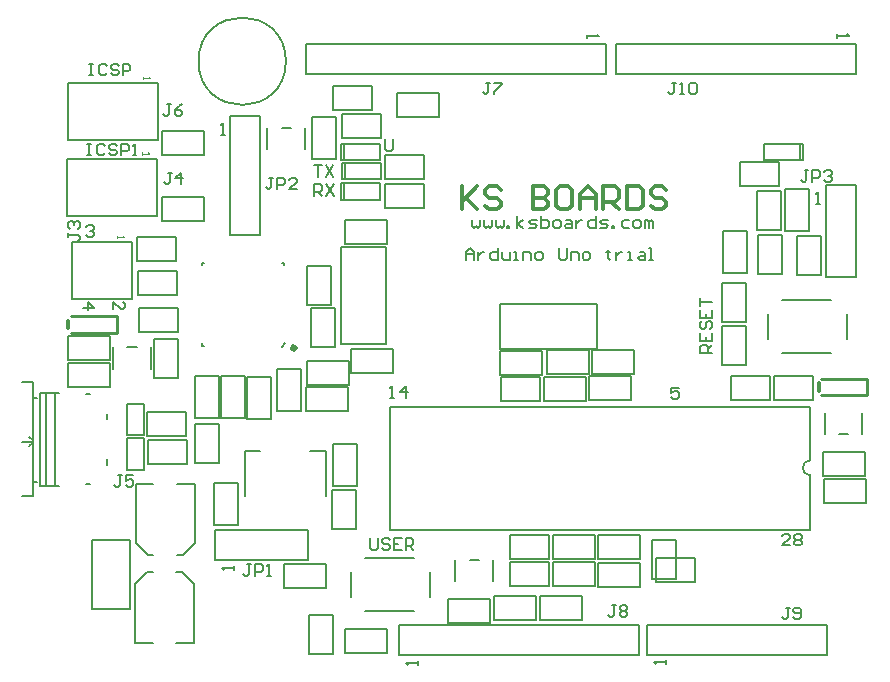
<source format=gto>
G04*
G04 #@! TF.GenerationSoftware,Altium Limited,Altium Designer,20.2.4 (192)*
G04*
G04 Layer_Color=65535*
%FSLAX44Y44*%
%MOMM*%
G71*
G04*
G04 #@! TF.SameCoordinates,CA4B6327-8C8C-4F40-9CFE-90DE2028BA09*
G04*
G04*
G04 #@! TF.FilePolarity,Positive*
G04*
G01*
G75*
%ADD10C,0.2000*%
%ADD11C,0.5400*%
%ADD12C,0.2540*%
%ADD13C,0.3000*%
%ADD14C,0.1000*%
D10*
X189400Y508000D02*
G03*
X189400Y508000I-37000J0D01*
G01*
X633350Y170180D02*
G03*
X633350Y157480I0J-6350D01*
G01*
X460502Y497078D02*
Y522478D01*
X206502Y497078D02*
X460502D01*
X206502D02*
Y522478D01*
X460502D01*
X285242Y5334D02*
X488442D01*
Y30734D01*
X285242D02*
X488442D01*
X285242Y5334D02*
Y30734D01*
X468884Y522732D02*
X672084D01*
X468884Y497332D02*
Y522732D01*
Y497332D02*
X672084D01*
Y522732D01*
X647954Y5588D02*
Y30988D01*
X495554Y5588D02*
Y30988D01*
X647954D01*
X495554Y5588D02*
X647954D01*
X142300Y461600D02*
X167700D01*
Y360900D02*
Y461600D01*
X142300Y360900D02*
X167700D01*
X142300D02*
Y461600D01*
X208000Y85800D02*
Y111200D01*
X129800Y85800D02*
Y111200D01*
X208000D01*
X129800Y85800D02*
X208000D01*
X646550Y325000D02*
X671950D01*
X646550Y403200D02*
X671950D01*
Y325000D02*
Y403200D01*
X646550Y325000D02*
Y403200D01*
X80518Y377190D02*
Y407670D01*
Y394970D02*
Y425450D01*
X4318D02*
X80518D01*
X4318Y377190D02*
Y425450D01*
Y377190D02*
X80518D01*
X81280Y440944D02*
Y471424D01*
Y458724D02*
Y489204D01*
X5080D02*
X81280D01*
X5080Y440944D02*
Y489204D01*
Y440944D02*
X81280D01*
X59350Y306670D02*
Y337150D01*
Y324450D02*
Y354930D01*
X8550Y306670D02*
X59350D01*
X8550Y354930D02*
X59350D01*
X8550Y306670D02*
Y354930D01*
X154500Y139750D02*
Y159500D01*
Y177750D01*
X167500D01*
X223500Y139750D02*
Y159500D01*
Y177750D01*
X209500D02*
X223500D01*
X236270Y350488D02*
X263270D01*
X274270Y284488D02*
Y333488D01*
Y350488D01*
X263270D02*
X274270D01*
X236270Y268488D02*
X265270D01*
X274270D02*
Y284488D01*
X265270Y268488D02*
X274270D01*
X236270D02*
Y350488D01*
X452734Y275718D02*
Y302718D01*
X386734Y264718D02*
X435734D01*
X452734D01*
Y275718D01*
X370734Y273718D02*
Y302718D01*
Y264718D02*
X386734D01*
X370734D02*
Y273718D01*
Y302718D02*
X452734D01*
X543450Y215580D02*
X633350D01*
Y170180D02*
Y215580D01*
X277750Y110930D02*
X633350D01*
X365650Y215580D02*
X543450D01*
X277750Y110930D02*
Y201930D01*
Y215580D01*
X365650D01*
X633350Y110930D02*
Y157480D01*
X62250Y100250D02*
Y150250D01*
Y100250D02*
X72250Y90250D01*
X74750D01*
X77250D01*
X97250D02*
X102250D01*
X112250Y100250D01*
Y150250D01*
X97250D02*
X112250D01*
X62250D02*
X77250D01*
X111750Y15500D02*
Y65500D01*
X101750Y75500D02*
X111750Y65500D01*
X99250Y75500D02*
X101750D01*
X96750D02*
X99250D01*
X71750D02*
X76750D01*
X61750Y65500D02*
X71750Y75500D01*
X61750Y15500D02*
Y65500D01*
Y15500D02*
X76750D01*
X96750D02*
X111750D01*
X173750Y433750D02*
Y451750D01*
X205750Y433750D02*
Y451750D01*
X185750D02*
X193750D01*
X332996Y67962D02*
Y85962D01*
X364996Y67962D02*
Y85962D01*
X344996D02*
X352996D01*
X43250Y247750D02*
Y265750D01*
X75250Y247750D02*
Y265750D01*
X55250D02*
X63250D01*
X677500Y192250D02*
Y210250D01*
X645500Y192250D02*
Y210250D01*
X657500Y192250D02*
X665500D01*
X25148Y44406D02*
Y102406D01*
Y44406D02*
X57148D01*
Y102406D01*
X25148D02*
X57148D01*
X256622Y42532D02*
X297622D01*
X256622Y87532D02*
X297622D01*
X311622Y54532D02*
Y75532D01*
X244622Y54532D02*
Y75532D01*
X609750Y261000D02*
X650750D01*
X609750Y306000D02*
X650750D01*
X664750Y273000D02*
Y294000D01*
X597750Y273000D02*
Y294000D01*
X236250Y424500D02*
X238750D01*
X236250Y438250D02*
X238750D01*
Y424500D02*
X269250D01*
X236250D02*
Y438250D01*
X269250Y424500D02*
Y438250D01*
X238750Y424500D02*
Y438250D01*
X269250D01*
X236750Y408000D02*
X239250D01*
X236750Y421750D02*
X239250D01*
Y408000D02*
X269750D01*
X236750D02*
Y421750D01*
X269750Y408000D02*
Y421750D01*
X239250Y408000D02*
Y421750D01*
X269750D01*
X236250Y390750D02*
X238750D01*
X236250Y404500D02*
X238750D01*
Y390750D02*
X269250D01*
X236250D02*
Y404500D01*
X269250Y390750D02*
Y404500D01*
X238750Y390750D02*
Y404500D01*
X269250D01*
X624500Y437750D02*
X627000D01*
X624500Y424000D02*
X627000D01*
X594000Y437750D02*
X624500D01*
X627000Y424000D02*
Y437750D01*
X594000Y424000D02*
Y437750D01*
X624500Y424000D02*
Y437750D01*
X594000Y424000D02*
X624500D01*
X-6102Y148168D02*
X-5954Y227238D01*
X-13722Y227416D02*
X-13700Y148000D01*
X-18700D02*
X-2292D01*
X-18700D02*
Y227416D01*
X38348Y204810D02*
Y209382D01*
X38300Y171000D02*
X38348Y166456D01*
X20300Y150000D02*
X23362Y149946D01*
X20124Y226146D02*
X23362D01*
X-24700Y140000D02*
Y236000D01*
X-33700Y140000D02*
X-24700D01*
X-33700Y236000D02*
X-24700D01*
X-23700Y223000D02*
X-21700D01*
X-24700Y152000D02*
X-21700D01*
X-33700Y186000D02*
X-24700D01*
Y187000D01*
X-27700Y190000D02*
X-24700Y187000D01*
Y184000D02*
Y186000D01*
Y185000D02*
Y186000D01*
Y185000D02*
Y185500D01*
Y185000D02*
Y185500D01*
X-27700Y182000D02*
X-24700Y185000D01*
X-18700Y227416D02*
X-2700D01*
X188000Y335250D02*
Y337250D01*
X186000D02*
X188000D01*
X118000D02*
X120000D01*
X118000Y335250D02*
Y337250D01*
Y267250D02*
Y269250D01*
Y267250D02*
X120000D01*
X186000Y266250D02*
X189000Y269250D01*
X269760Y443340D02*
Y463660D01*
Y443340D02*
Y463660D01*
X236740Y443340D02*
Y463660D01*
Y443340D02*
Y463660D01*
X269760D01*
X236740D02*
X269760D01*
X236740Y443340D02*
X269760D01*
X236740D02*
X269760D01*
X228840Y145260D02*
X249160D01*
X228840D02*
X249160D01*
X228840Y112240D02*
X249160D01*
X228840D02*
X249160D01*
X228840D02*
Y145260D01*
Y112240D02*
Y145260D01*
X249160Y112240D02*
Y145260D01*
Y112240D02*
Y145260D01*
X379476Y63754D02*
Y84074D01*
Y63754D02*
Y84074D01*
X412496Y63754D02*
Y84074D01*
Y63754D02*
Y84074D01*
X379476Y63754D02*
X412496D01*
X379476D02*
X412496D01*
X379476Y84074D02*
X412496D01*
X379476D02*
X412496D01*
X208788Y39116D02*
X229108D01*
X208788D02*
X229108D01*
X208788Y6096D02*
X229108D01*
X208788D02*
X229108D01*
X208788D02*
Y39116D01*
Y6096D02*
Y39116D01*
X229108Y6096D02*
Y39116D01*
Y6096D02*
Y39116D01*
X273740Y408090D02*
Y428410D01*
Y408090D02*
Y428410D01*
X306760Y408090D02*
Y428410D01*
Y408090D02*
Y428410D01*
X273740Y408090D02*
X306760D01*
X273740D02*
X306760D01*
X273740Y428410D02*
X306760D01*
X273740D02*
X306760D01*
X273490Y384090D02*
Y404410D01*
Y384090D02*
Y404410D01*
X306510Y384090D02*
Y404410D01*
Y384090D02*
Y404410D01*
X273490Y384090D02*
X306510D01*
X273490D02*
X306510D01*
X273490Y404410D02*
X306510D01*
X273490D02*
X306510D01*
X499417Y102270D02*
X519737D01*
X499417D02*
X519737D01*
X499417Y69250D02*
X519737D01*
X499417D02*
X519737D01*
X499417D02*
Y102270D01*
Y69250D02*
Y102270D01*
X519737Y69250D02*
Y102270D01*
Y69250D02*
Y102270D01*
X502990Y67090D02*
Y87410D01*
Y67090D02*
Y87410D01*
X536010Y67090D02*
Y87410D01*
Y67090D02*
Y87410D01*
X502990Y67090D02*
X536010D01*
X502990D02*
X536010D01*
X502990Y87410D02*
X536010D01*
X502990D02*
X536010D01*
X262382Y466344D02*
Y486664D01*
Y466344D02*
Y486664D01*
X229362Y466344D02*
Y486664D01*
Y466344D02*
Y486664D01*
X262382D01*
X229362D02*
X262382D01*
X229362Y466344D02*
X262382D01*
X229362D02*
X262382D01*
X207264Y334518D02*
X227584D01*
X207264D02*
X227584D01*
X207264Y301498D02*
X227584D01*
X207264D02*
X227584D01*
X207264D02*
Y334518D01*
Y301498D02*
Y334518D01*
X227584Y301498D02*
Y334518D01*
Y301498D02*
Y334518D01*
X77724Y239776D02*
X98044D01*
X77724D02*
X98044D01*
X77724Y272796D02*
X98044D01*
X77724D02*
X98044D01*
Y239776D02*
Y272796D01*
Y239776D02*
Y272796D01*
X77724Y239776D02*
Y272796D01*
Y239776D02*
Y272796D01*
X96520Y338836D02*
Y359156D01*
Y338836D02*
Y359156D01*
X63500Y338836D02*
Y359156D01*
Y338836D02*
Y359156D01*
X96520D01*
X63500D02*
X96520D01*
X63500Y338836D02*
X96520D01*
X63500D02*
X96520D01*
X71882Y190754D02*
Y211074D01*
Y190754D02*
Y211074D01*
X104902Y190754D02*
Y211074D01*
Y190754D02*
Y211074D01*
X71882Y190754D02*
X104902D01*
X71882D02*
X104902D01*
X71882Y211074D02*
X104902D01*
X71882D02*
X104902D01*
X112268Y167640D02*
X132588D01*
X112268D02*
X132588D01*
X112268Y200660D02*
X132588D01*
X112268D02*
X132588D01*
Y167640D02*
Y200660D01*
Y167640D02*
Y200660D01*
X112268Y167640D02*
Y200660D01*
Y167640D02*
Y200660D01*
X72490Y167090D02*
Y187410D01*
Y167090D02*
Y187410D01*
X105510Y167090D02*
Y187410D01*
Y167090D02*
Y187410D01*
X72490Y167090D02*
X105510D01*
X72490D02*
X105510D01*
X72490Y187410D02*
X105510D01*
X72490D02*
X105510D01*
X588090Y397760D02*
X608410D01*
X588090D02*
X608410D01*
X588090Y364740D02*
X608410D01*
X588090D02*
X608410D01*
X588090D02*
Y397760D01*
Y364740D02*
Y397760D01*
X608410Y364740D02*
Y397760D01*
Y364740D02*
Y397760D01*
X211074Y298958D02*
X231394D01*
X211074D02*
X231394D01*
X211074Y265938D02*
X231394D01*
X211074D02*
X231394D01*
X211074D02*
Y298958D01*
Y265938D02*
Y298958D01*
X231394Y265938D02*
Y298958D01*
Y265938D02*
Y298958D01*
X589090Y327490D02*
X609410D01*
X589090D02*
X609410D01*
X589090Y360510D02*
X609410D01*
X589090D02*
X609410D01*
Y327490D02*
Y360510D01*
Y327490D02*
Y360510D01*
X589090Y327490D02*
Y360510D01*
Y327490D02*
Y360510D01*
X621792Y360172D02*
X642112D01*
X621792D02*
X642112D01*
X621792Y327152D02*
X642112D01*
X621792D02*
X642112D01*
X621792D02*
Y360172D01*
Y327152D02*
Y360172D01*
X642112Y327152D02*
Y360172D01*
Y327152D02*
Y360172D01*
X607260Y402090D02*
Y422410D01*
Y402090D02*
Y422410D01*
X574240Y402090D02*
Y422410D01*
Y402090D02*
Y422410D01*
X607260D01*
X574240D02*
X607260D01*
X574240Y402090D02*
X607260D01*
X574240D02*
X607260D01*
X412344Y86868D02*
Y107188D01*
Y86868D02*
Y107188D01*
X379324Y86868D02*
Y107188D01*
Y86868D02*
Y107188D01*
X412344D01*
X379324D02*
X412344D01*
X379324Y86868D02*
X412344D01*
X379324D02*
X412344D01*
X602490Y221340D02*
Y241660D01*
Y221340D02*
Y241660D01*
X635510Y221340D02*
Y241660D01*
Y221340D02*
Y241660D01*
X602490Y221340D02*
X635510D01*
X602490D02*
X635510D01*
X602490Y241660D02*
X635510D01*
X602490D02*
X635510D01*
X404664Y220586D02*
Y240906D01*
Y220586D02*
Y240906D01*
X371644Y220586D02*
Y240906D01*
Y220586D02*
Y240906D01*
X404664D01*
X371644D02*
X404664D01*
X371644Y220586D02*
X404664D01*
X371644D02*
X404664D01*
X97260Y310340D02*
Y330660D01*
Y310340D02*
Y330660D01*
X64240Y310340D02*
Y330660D01*
Y310340D02*
Y330660D01*
X97260D01*
X64240D02*
X97260D01*
X64240Y310340D02*
X97260D01*
X64240D02*
X97260D01*
X558590Y287490D02*
X578910D01*
X558590D02*
X578910D01*
X558590Y320510D02*
X578910D01*
X558590D02*
X578910D01*
Y287490D02*
Y320510D01*
Y287490D02*
Y320510D01*
X558590Y287490D02*
Y320510D01*
Y287490D02*
Y320510D01*
X599260Y221340D02*
Y241660D01*
Y221340D02*
Y241660D01*
X566240Y221340D02*
Y241660D01*
Y221340D02*
Y241660D01*
X599260D01*
X566240D02*
X599260D01*
X566240Y221340D02*
X599260D01*
X566240D02*
X599260D01*
X65380Y278638D02*
Y298958D01*
Y278638D02*
Y298958D01*
X98400Y278638D02*
Y298958D01*
Y278638D02*
Y298958D01*
X65380Y278638D02*
X98400D01*
X65380D02*
X98400D01*
X65380Y298958D02*
X98400D01*
X65380D02*
X98400D01*
X558340Y250490D02*
X578660D01*
X558340D02*
X578660D01*
X558340Y283510D02*
X578660D01*
X558340D02*
X578660D01*
Y250490D02*
Y283510D01*
Y250490D02*
Y283510D01*
X558340Y250490D02*
Y283510D01*
Y250490D02*
Y283510D01*
X69358Y162292D02*
Y188708D01*
X54880D02*
X69358D01*
X54880Y162292D02*
Y188708D01*
Y162292D02*
X69358D01*
X54892Y191542D02*
Y217958D01*
Y191542D02*
X69370D01*
Y217958D01*
X54892D02*
X69370D01*
X187452Y61976D02*
Y82296D01*
Y61976D02*
X223012D01*
X187452Y82296D02*
X223012D01*
Y61976D02*
Y82296D01*
X211090Y425220D02*
X231410D01*
Y460780D01*
X211090Y425220D02*
Y460780D01*
X231410D01*
X229340Y184280D02*
X249660D01*
X229340Y148720D02*
Y184280D01*
X249660Y148720D02*
Y184280D01*
X229340Y148720D02*
X249660D01*
X128340Y151280D02*
X148660D01*
X128340Y115720D02*
Y151280D01*
X148660Y115720D02*
Y151280D01*
X128340Y115720D02*
X148660D01*
X275082Y6604D02*
Y26924D01*
X239522D02*
X275082D01*
X239522Y6604D02*
X275082D01*
X239522D02*
Y26924D01*
X181840Y212048D02*
X202160D01*
Y247607D01*
X181840Y212048D02*
Y247607D01*
X202160D01*
X156469Y205189D02*
X176789D01*
Y240749D01*
X156469Y205189D02*
Y240749D01*
X176789D01*
X134332Y205612D02*
X154652D01*
Y241172D01*
X134332Y205612D02*
Y241172D01*
X154652D01*
X207010Y233934D02*
Y254254D01*
Y233934D02*
X242570D01*
X207010Y254254D02*
X242570D01*
Y233934D02*
Y254254D01*
X120142Y372618D02*
Y392938D01*
X84582D02*
X120142D01*
X84582Y372618D02*
X120142D01*
X84582D02*
Y392938D01*
X112332Y205862D02*
X132652D01*
Y241422D01*
X112332Y205862D02*
Y241422D01*
X132652D01*
X612340Y399530D02*
X632660D01*
X612340Y363970D02*
Y399530D01*
X632660Y363970D02*
Y399530D01*
X612340Y363970D02*
X632660D01*
X244602Y244348D02*
Y264668D01*
Y244348D02*
X280162D01*
X244602Y264668D02*
X280162D01*
Y244348D02*
Y264668D01*
X239522Y353568D02*
Y373888D01*
Y353568D02*
X275082D01*
X239522Y373888D02*
X275082D01*
Y353568D02*
Y373888D01*
X120142Y428244D02*
Y448564D01*
X84582D02*
X120142D01*
X84582Y428244D02*
X120142D01*
X84582D02*
Y448564D01*
X319024Y460756D02*
Y481076D01*
X283464D02*
X319024D01*
X283464Y460756D02*
X319024D01*
X283464D02*
Y481076D01*
X410210Y243332D02*
Y263652D01*
Y243332D02*
X445770D01*
X410210Y263652D02*
X445770D01*
Y243332D02*
Y263652D01*
X446278Y221234D02*
Y241554D01*
Y221234D02*
X481838D01*
X446278Y241554D02*
X481838D01*
Y221234D02*
Y241554D01*
X440142Y34494D02*
Y54814D01*
X404582D02*
X440142D01*
X404582Y34494D02*
X440142D01*
X404582D02*
Y54814D01*
X362458Y32512D02*
Y52832D01*
X326898D02*
X362458D01*
X326898Y32512D02*
X362458D01*
X326898D02*
Y52832D01*
X401392Y34494D02*
Y54814D01*
X365832D02*
X401392D01*
X365832Y34494D02*
X401392D01*
X365832D02*
Y54814D01*
X559090Y328720D02*
X579410D01*
Y364280D01*
X559090Y328720D02*
Y364280D01*
X579410D01*
X415470Y63840D02*
Y84160D01*
Y63840D02*
X451030D01*
X415470Y84160D02*
X451030D01*
Y63840D02*
Y84160D01*
X415220Y86340D02*
Y106660D01*
Y86340D02*
X450780D01*
X415220Y106660D02*
X450780D01*
Y86340D02*
Y106660D01*
X453644Y86318D02*
Y106637D01*
Y86318D02*
X489204D01*
X453644Y106637D02*
X489204D01*
Y86318D02*
Y106637D01*
X406654Y242316D02*
Y262636D01*
X371094D02*
X406654D01*
X371094Y242316D02*
X406654D01*
X371094D02*
Y262636D01*
X443484Y220726D02*
Y241046D01*
X407924D02*
X443484D01*
X407924Y220726D02*
X443484D01*
X407924D02*
Y241046D01*
X4720Y255340D02*
Y275660D01*
Y255340D02*
X40280D01*
X4720Y275660D02*
X40280D01*
Y255340D02*
Y275660D01*
X644470Y157090D02*
Y177410D01*
Y157090D02*
X680030D01*
X644470Y177410D02*
X680030D01*
Y157090D02*
Y177410D01*
X4720Y232090D02*
Y252410D01*
Y232090D02*
X40280D01*
X4720Y252410D02*
X40280D01*
Y232090D02*
Y252410D01*
X644720Y133840D02*
Y154160D01*
Y133840D02*
X680280D01*
X644720Y154160D02*
X680280D01*
Y133840D02*
Y154160D01*
X206502Y211582D02*
Y231902D01*
Y211582D02*
X242062D01*
X206502Y231902D02*
X242062D01*
Y211582D02*
Y231902D01*
X484124Y243078D02*
Y263398D01*
X448564D02*
X484124D01*
X448564Y243078D02*
X484124D01*
X448564D02*
Y263398D01*
X489530Y62840D02*
Y83160D01*
X453970D02*
X489530D01*
X453970Y62840D02*
X489530D01*
X453970D02*
Y83160D01*
X444722Y530638D02*
Y527306D01*
Y528972D01*
X454719D01*
X453053Y530638D01*
X301022Y-2826D02*
Y506D01*
Y-1160D01*
X291025D01*
X292691Y-2826D01*
X656304Y530892D02*
Y527560D01*
Y529226D01*
X666301D01*
X664635Y530892D01*
X511334Y-2572D02*
Y760D01*
Y-906D01*
X501337D01*
X503003Y-2572D01*
X134140Y445820D02*
X137472D01*
X135806D01*
Y455817D01*
X134140Y454151D01*
X145580Y77640D02*
Y80972D01*
Y79306D01*
X135583D01*
X137249Y77640D01*
X638390Y387420D02*
X641722D01*
X640056D01*
Y397417D01*
X638390Y395751D01*
X20000Y367831D02*
X21666Y369497D01*
X24998D01*
X26665Y367831D01*
Y366165D01*
X24998Y364498D01*
X23332D01*
X24998D01*
X26665Y362832D01*
Y361166D01*
X24998Y359500D01*
X21666D01*
X20000Y361166D01*
X43000Y297835D02*
Y304500D01*
X49665Y297835D01*
X51331D01*
X52997Y299502D01*
Y302834D01*
X51331Y304500D01*
X17250Y299252D02*
X27247D01*
X22248Y304250D01*
Y297586D01*
X347000Y373414D02*
Y368416D01*
X348666Y366750D01*
X350332Y368416D01*
X351998Y366750D01*
X353665Y368416D01*
Y373414D01*
X356997D02*
Y368416D01*
X358663Y366750D01*
X360329Y368416D01*
X361995Y366750D01*
X363661Y368416D01*
Y373414D01*
X366994D02*
Y368416D01*
X368660Y366750D01*
X370326Y368416D01*
X371992Y366750D01*
X373658Y368416D01*
Y373414D01*
X376990Y366750D02*
Y368416D01*
X378657D01*
Y366750D01*
X376990D01*
X385321D02*
Y376747D01*
Y370082D02*
X390319Y373414D01*
X385321Y370082D02*
X390319Y366750D01*
X395318D02*
X400316D01*
X401982Y368416D01*
X400316Y370082D01*
X396984D01*
X395318Y371748D01*
X396984Y373414D01*
X401982D01*
X405314Y376747D02*
Y366750D01*
X410313D01*
X411979Y368416D01*
Y370082D01*
Y371748D01*
X410313Y373414D01*
X405314D01*
X416977Y366750D02*
X420310D01*
X421976Y368416D01*
Y371748D01*
X420310Y373414D01*
X416977D01*
X415311Y371748D01*
Y368416D01*
X416977Y366750D01*
X426974Y373414D02*
X430307D01*
X431973Y371748D01*
Y366750D01*
X426974D01*
X425308Y368416D01*
X426974Y370082D01*
X431973D01*
X435305Y373414D02*
Y366750D01*
Y370082D01*
X436971Y371748D01*
X438637Y373414D01*
X440303D01*
X451966Y376747D02*
Y366750D01*
X446968D01*
X445302Y368416D01*
Y371748D01*
X446968Y373414D01*
X451966D01*
X455298Y366750D02*
X460297D01*
X461963Y368416D01*
X460297Y370082D01*
X456965D01*
X455298Y371748D01*
X456965Y373414D01*
X461963D01*
X465295Y366750D02*
Y368416D01*
X466961D01*
Y366750D01*
X465295D01*
X480290Y373414D02*
X475292D01*
X473626Y371748D01*
Y368416D01*
X475292Y366750D01*
X480290D01*
X485289D02*
X488621D01*
X490287Y368416D01*
Y371748D01*
X488621Y373414D01*
X485289D01*
X483623Y371748D01*
Y368416D01*
X485289Y366750D01*
X493619D02*
Y373414D01*
X495285D01*
X496952Y371748D01*
Y366750D01*
Y371748D01*
X498618Y373414D01*
X500284Y371748D01*
Y366750D01*
X342250Y339750D02*
Y346414D01*
X345582Y349747D01*
X348914Y346414D01*
Y339750D01*
Y344748D01*
X342250D01*
X352247Y346414D02*
Y339750D01*
Y343082D01*
X353913Y344748D01*
X355579Y346414D01*
X357245D01*
X368908Y349747D02*
Y339750D01*
X363910D01*
X362243Y341416D01*
Y344748D01*
X363910Y346414D01*
X368908D01*
X372240D02*
Y341416D01*
X373907Y339750D01*
X378905D01*
Y346414D01*
X382237Y339750D02*
X385569D01*
X383903D01*
Y346414D01*
X382237D01*
X390568Y339750D02*
Y346414D01*
X395566D01*
X397232Y344748D01*
Y339750D01*
X402231D02*
X405563D01*
X407229Y341416D01*
Y344748D01*
X405563Y346414D01*
X402231D01*
X400564Y344748D01*
Y341416D01*
X402231Y339750D01*
X420558Y349747D02*
Y341416D01*
X422224Y339750D01*
X425556D01*
X427223Y341416D01*
Y349747D01*
X430555Y339750D02*
Y346414D01*
X435553D01*
X437219Y344748D01*
Y339750D01*
X442218D02*
X445550D01*
X447216Y341416D01*
Y344748D01*
X445550Y346414D01*
X442218D01*
X440552Y344748D01*
Y341416D01*
X442218Y339750D01*
X462211Y348081D02*
Y346414D01*
X460545D01*
X463877D01*
X462211D01*
Y341416D01*
X463877Y339750D01*
X468876Y346414D02*
Y339750D01*
Y343082D01*
X470542Y344748D01*
X472208Y346414D01*
X473874D01*
X478873Y339750D02*
X482205D01*
X480539D01*
Y346414D01*
X478873D01*
X488869D02*
X492202D01*
X493868Y344748D01*
Y339750D01*
X488869D01*
X487203Y341416D01*
X488869Y343082D01*
X493868D01*
X497200Y339750D02*
X500532D01*
X498866D01*
Y349747D01*
X497200D01*
X273500Y442247D02*
Y433916D01*
X275166Y432250D01*
X278498D01*
X280165Y433916D01*
Y442247D01*
X213500Y393750D02*
Y403747D01*
X218498D01*
X220165Y402081D01*
Y398748D01*
X218498Y397082D01*
X213500D01*
X216832D02*
X220165Y393750D01*
X223497Y403747D02*
X230161Y393750D01*
Y403747D02*
X223497Y393750D01*
X213000Y419747D02*
X219664D01*
X216332D01*
Y409750D01*
X222997Y419747D02*
X229661Y409750D01*
Y419747D02*
X222997Y409750D01*
X616414Y98000D02*
X609750D01*
X616414Y104664D01*
Y106331D01*
X614748Y107997D01*
X611416D01*
X609750Y106331D01*
X619747D02*
X621413Y107997D01*
X624745D01*
X626411Y106331D01*
Y104664D01*
X624745Y102998D01*
X626411Y101332D01*
Y99666D01*
X624745Y98000D01*
X621413D01*
X619747Y99666D01*
Y101332D01*
X621413Y102998D01*
X619747Y104664D01*
Y106331D01*
X621413Y102998D02*
X624745D01*
X277750Y223000D02*
X281082D01*
X279416D01*
Y232997D01*
X277750Y231331D01*
X291079Y223000D02*
Y232997D01*
X286081Y227998D01*
X292745D01*
X521914Y231747D02*
X515250D01*
Y226748D01*
X518582Y228414D01*
X520248D01*
X521914Y226748D01*
Y223416D01*
X520248Y221750D01*
X516916D01*
X515250Y223416D01*
X22750Y505997D02*
X26082D01*
X24416D01*
Y496000D01*
X22750D01*
X26082D01*
X37745Y504331D02*
X36079Y505997D01*
X32747D01*
X31081Y504331D01*
Y497666D01*
X32747Y496000D01*
X36079D01*
X37745Y497666D01*
X47742Y504331D02*
X46076Y505997D01*
X42744D01*
X41077Y504331D01*
Y502664D01*
X42744Y500998D01*
X46076D01*
X47742Y499332D01*
Y497666D01*
X46076Y496000D01*
X42744D01*
X41077Y497666D01*
X51074Y496000D02*
Y505997D01*
X56073D01*
X57739Y504331D01*
Y500998D01*
X56073Y499332D01*
X51074D01*
X21250Y438247D02*
X24582D01*
X22916D01*
Y428250D01*
X21250D01*
X24582D01*
X36245Y436581D02*
X34579Y438247D01*
X31247D01*
X29581Y436581D01*
Y429916D01*
X31247Y428250D01*
X34579D01*
X36245Y429916D01*
X46242Y436581D02*
X44576Y438247D01*
X41244D01*
X39578Y436581D01*
Y434915D01*
X41244Y433248D01*
X44576D01*
X46242Y431582D01*
Y429916D01*
X44576Y428250D01*
X41244D01*
X39578Y429916D01*
X49574Y428250D02*
Y438247D01*
X54573D01*
X56239Y436581D01*
Y433248D01*
X54573Y431582D01*
X49574D01*
X59571Y428250D02*
X62903D01*
X61237D01*
Y438247D01*
X59571Y436581D01*
X260750Y103997D02*
Y95666D01*
X262416Y94000D01*
X265748D01*
X267414Y95666D01*
Y103997D01*
X277411Y102331D02*
X275745Y103997D01*
X272413D01*
X270747Y102331D01*
Y100665D01*
X272413Y98998D01*
X275745D01*
X277411Y97332D01*
Y95666D01*
X275745Y94000D01*
X272413D01*
X270747Y95666D01*
X287408Y103997D02*
X280744D01*
Y94000D01*
X287408D01*
X280744Y98998D02*
X284076D01*
X290740Y94000D02*
Y103997D01*
X295739D01*
X297405Y102331D01*
Y98998D01*
X295739Y97332D01*
X290740D01*
X294073D02*
X297405Y94000D01*
X550000Y261000D02*
X540003D01*
Y265998D01*
X541669Y267665D01*
X545002D01*
X546668Y265998D01*
Y261000D01*
Y264332D02*
X550000Y267665D01*
X540003Y277661D02*
Y270997D01*
X550000D01*
Y277661D01*
X545002Y270997D02*
Y274329D01*
X541669Y287658D02*
X540003Y285992D01*
Y282660D01*
X541669Y280994D01*
X543335D01*
X545002Y282660D01*
Y285992D01*
X546668Y287658D01*
X548334D01*
X550000Y285992D01*
Y282660D01*
X548334Y280994D01*
X540003Y297655D02*
Y290990D01*
X550000D01*
Y297655D01*
X545002Y290990D02*
Y294323D01*
X540003Y300987D02*
Y307652D01*
Y304319D01*
X550000D01*
X615834Y45498D02*
X612502D01*
X614168D01*
Y37168D01*
X612502Y35502D01*
X610835D01*
X609169Y37168D01*
X619166D02*
X620832Y35502D01*
X624165D01*
X625831Y37168D01*
Y43832D01*
X624165Y45498D01*
X620832D01*
X619166Y43832D01*
Y42166D01*
X620832Y40500D01*
X625831D01*
X468584Y47498D02*
X465252D01*
X466918D01*
Y39168D01*
X465252Y37502D01*
X463586D01*
X461919Y39168D01*
X471916Y45832D02*
X473582Y47498D01*
X476914D01*
X478581Y45832D01*
Y44166D01*
X476914Y42500D01*
X478581Y40834D01*
Y39168D01*
X476914Y37502D01*
X473582D01*
X471916Y39168D01*
Y40834D01*
X473582Y42500D01*
X471916Y44166D01*
Y45832D01*
X473582Y42500D02*
X476914D01*
X159752Y81998D02*
X156419D01*
X158085D01*
Y73668D01*
X156419Y72002D01*
X154753D01*
X153087Y73668D01*
X163084Y72002D02*
Y81998D01*
X168082D01*
X169748Y80332D01*
Y77000D01*
X168082Y75334D01*
X163084D01*
X173081Y72002D02*
X176413D01*
X174747D01*
Y81998D01*
X173081Y80332D01*
X631836Y415498D02*
X628503D01*
X630169D01*
Y407168D01*
X628503Y405502D01*
X626837D01*
X625171Y407168D01*
X635168Y405502D02*
Y415498D01*
X640166D01*
X641832Y413832D01*
Y410500D01*
X640166Y408834D01*
X635168D01*
X645164Y413832D02*
X646831Y415498D01*
X650163D01*
X651829Y413832D01*
Y412166D01*
X650163Y410500D01*
X648497D01*
X650163D01*
X651829Y408834D01*
Y407168D01*
X650163Y405502D01*
X646831D01*
X645164Y407168D01*
X519418Y489998D02*
X516086D01*
X517752D01*
Y481668D01*
X516086Y480002D01*
X514420D01*
X512754Y481668D01*
X522751Y480002D02*
X526083D01*
X524417D01*
Y489998D01*
X522751Y488332D01*
X531082D02*
X532748Y489998D01*
X536080D01*
X537746Y488332D01*
Y481668D01*
X536080Y480002D01*
X532748D01*
X531082Y481668D01*
Y488332D01*
X362584Y489998D02*
X359252D01*
X360918D01*
Y481668D01*
X359252Y480002D01*
X357585D01*
X355919Y481668D01*
X365916Y489998D02*
X372581D01*
Y488332D01*
X365916Y481668D01*
Y480002D01*
X178836Y409498D02*
X175503D01*
X177169D01*
Y401168D01*
X175503Y399502D01*
X173837D01*
X172171Y401168D01*
X182168Y399502D02*
Y409498D01*
X187166D01*
X188832Y407832D01*
Y404500D01*
X187166Y402834D01*
X182168D01*
X198829Y399502D02*
X192164D01*
X198829Y406166D01*
Y407832D01*
X197163Y409498D01*
X193831D01*
X192164Y407832D01*
X5002Y362334D02*
Y359002D01*
Y360668D01*
X13332D01*
X14998Y359002D01*
Y357336D01*
X13332Y355669D01*
X6668Y365666D02*
X5002Y367332D01*
Y370665D01*
X6668Y372331D01*
X8334D01*
X10000Y370665D01*
Y368998D01*
Y370665D01*
X11666Y372331D01*
X13332D01*
X14998Y370665D01*
Y367332D01*
X13332Y365666D01*
X92584Y413748D02*
X89252D01*
X90918D01*
Y405418D01*
X89252Y403752D01*
X87585D01*
X85919Y405418D01*
X100914Y403752D02*
Y413748D01*
X95916Y408750D01*
X102581D01*
X91834Y471748D02*
X88502D01*
X90168D01*
Y463418D01*
X88502Y461752D01*
X86835D01*
X85169Y463418D01*
X101831Y471748D02*
X98498Y470082D01*
X95166Y466750D01*
Y463418D01*
X96832Y461752D01*
X100164D01*
X101831Y463418D01*
Y465084D01*
X100164Y466750D01*
X95166D01*
X50334Y157748D02*
X47002D01*
X48668D01*
Y149418D01*
X47002Y147752D01*
X45335D01*
X43669Y149418D01*
X60331Y157748D02*
X53666D01*
Y152750D01*
X56998Y154416D01*
X58664D01*
X60331Y152750D01*
Y149418D01*
X58664Y147752D01*
X55332D01*
X53666Y149418D01*
D11*
X197000Y265250D02*
G03*
X197000Y265250I-1000J0D01*
G01*
D12*
X7112Y278242D02*
X46135D01*
Y288742D02*
Y292242D01*
Y281742D02*
Y288742D01*
Y278242D02*
Y281742D01*
X7112Y292242D02*
X46135D01*
X642692Y225250D02*
X681715D01*
Y235750D02*
Y239250D01*
Y228750D02*
Y235750D01*
Y225250D02*
Y228750D01*
X642692Y239250D02*
X681715D01*
D13*
X5334Y281940D02*
Y288290D01*
X640914Y228948D02*
Y235298D01*
X338250Y402494D02*
Y382500D01*
Y389165D01*
X351579Y402494D01*
X341582Y392497D01*
X351579Y382500D01*
X371573Y399161D02*
X368240Y402494D01*
X361576D01*
X358244Y399161D01*
Y395829D01*
X361576Y392497D01*
X368240D01*
X371573Y389165D01*
Y385832D01*
X368240Y382500D01*
X361576D01*
X358244Y385832D01*
X398231Y402494D02*
Y382500D01*
X408228D01*
X411560Y385832D01*
Y389165D01*
X408228Y392497D01*
X398231D01*
X408228D01*
X411560Y395829D01*
Y399161D01*
X408228Y402494D01*
X398231D01*
X428221D02*
X421557D01*
X418224Y399161D01*
Y385832D01*
X421557Y382500D01*
X428221D01*
X431553Y385832D01*
Y399161D01*
X428221Y402494D01*
X438218Y382500D02*
Y395829D01*
X444882Y402494D01*
X451547Y395829D01*
Y382500D01*
Y392497D01*
X438218D01*
X458211Y382500D02*
Y402494D01*
X468208D01*
X471540Y399161D01*
Y392497D01*
X468208Y389165D01*
X458211D01*
X464876D02*
X471540Y382500D01*
X478205Y402494D02*
Y382500D01*
X488202D01*
X491534Y385832D01*
Y399161D01*
X488202Y402494D01*
X478205D01*
X511527Y399161D02*
X508195Y402494D01*
X501531D01*
X498199Y399161D01*
Y395829D01*
X501531Y392497D01*
X508195D01*
X511527Y389165D01*
Y385832D01*
X508195Y382500D01*
X501531D01*
X498199Y385832D01*
D14*
X67548Y430800D02*
Y428801D01*
Y429800D01*
X73546D01*
X72546Y430800D01*
X68310Y494554D02*
Y492555D01*
Y493554D01*
X74308D01*
X73308Y494554D01*
X46380Y360280D02*
Y358281D01*
Y359280D01*
X52378D01*
X51378Y360280D01*
M02*

</source>
